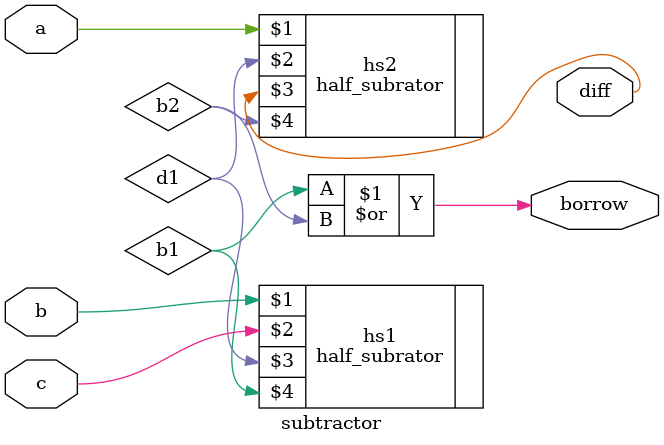
<source format=v>
`timescale 1ns / 1ps
`include "half_subtractor.v"
module subtractor(
    input a,
    input b,
    input c,
    output diff,
    output borrow
    );
	
	wire d1,b1,b2;
	half_subrator hs1(b,c,d1,b1);
	half_subrator hs2(a,d1,diff,b2);

	or(borrow,b1,b2);
	
endmodule

</source>
